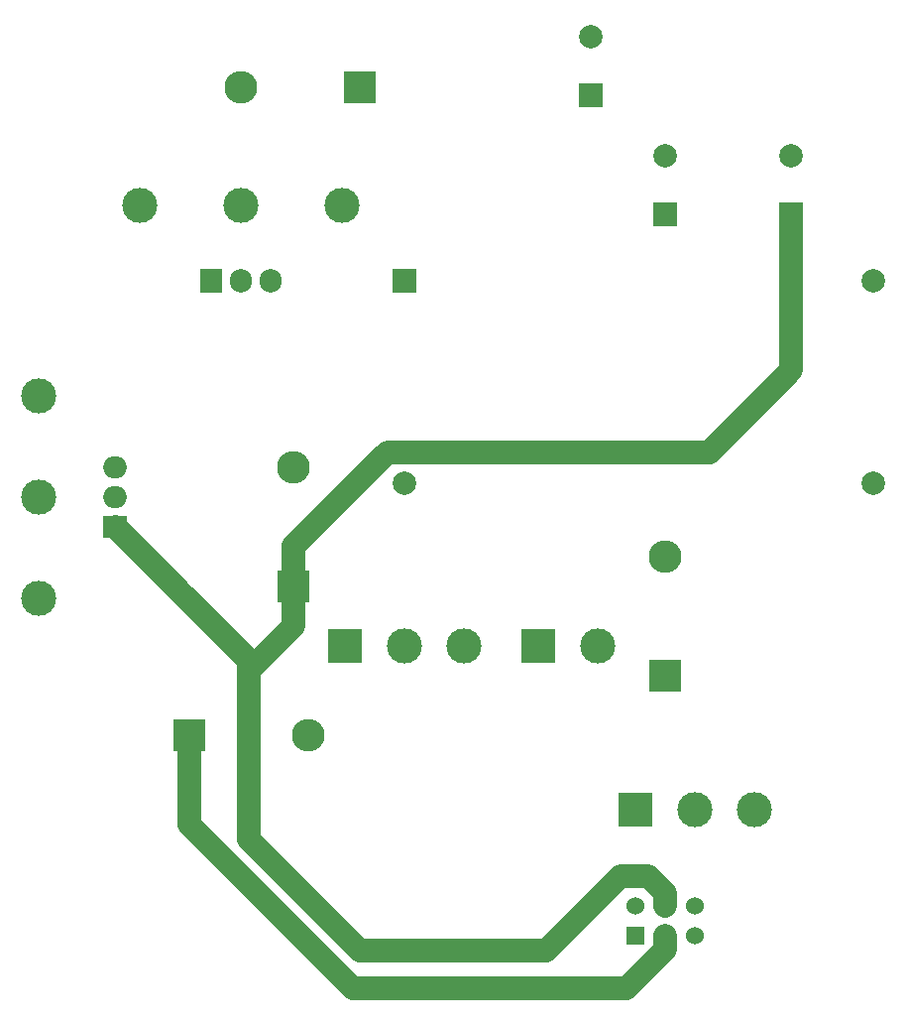
<source format=gbr>
G04 #@! TF.GenerationSoftware,KiCad,Pcbnew,(5.0.0)*
G04 #@! TF.CreationDate,2018-08-26T00:23:22+09:00*
G04 #@! TF.ProjectId,power-supply,706F7765722D737570706C792E6B6963,rev?*
G04 #@! TF.SameCoordinates,Original*
G04 #@! TF.FileFunction,Copper,L2,Bot,Signal*
G04 #@! TF.FilePolarity,Positive*
%FSLAX46Y46*%
G04 Gerber Fmt 4.6, Leading zero omitted, Abs format (unit mm)*
G04 Created by KiCad (PCBNEW (5.0.0)) date 08/26/18 00:23:22*
%MOMM*%
%LPD*%
G01*
G04 APERTURE LIST*
G04 #@! TA.AperFunction,ComponentPad*
%ADD10R,1.524000X1.524000*%
G04 #@! TD*
G04 #@! TA.AperFunction,ComponentPad*
%ADD11C,1.524000*%
G04 #@! TD*
G04 #@! TA.AperFunction,ComponentPad*
%ADD12C,3.000000*%
G04 #@! TD*
G04 #@! TA.AperFunction,ComponentPad*
%ADD13C,2.000000*%
G04 #@! TD*
G04 #@! TA.AperFunction,ComponentPad*
%ADD14R,2.000000X2.000000*%
G04 #@! TD*
G04 #@! TA.AperFunction,ComponentPad*
%ADD15R,2.800000X2.800000*%
G04 #@! TD*
G04 #@! TA.AperFunction,ComponentPad*
%ADD16O,2.800000X2.800000*%
G04 #@! TD*
G04 #@! TA.AperFunction,ComponentPad*
%ADD17R,3.000000X3.000000*%
G04 #@! TD*
G04 #@! TA.AperFunction,ComponentPad*
%ADD18R,1.905000X2.000000*%
G04 #@! TD*
G04 #@! TA.AperFunction,ComponentPad*
%ADD19O,1.905000X2.000000*%
G04 #@! TD*
G04 #@! TA.AperFunction,ComponentPad*
%ADD20O,2.000000X1.905000*%
G04 #@! TD*
G04 #@! TA.AperFunction,ComponentPad*
%ADD21R,2.000000X1.905000*%
G04 #@! TD*
G04 #@! TA.AperFunction,ViaPad*
%ADD22C,0.600000*%
G04 #@! TD*
G04 #@! TA.AperFunction,Conductor*
%ADD23C,2.000000*%
G04 #@! TD*
G04 APERTURE END LIST*
D10*
G04 #@! TO.P,SW1,1*
G04 #@! TO.N,VDD*
X14605000Y-36830000D03*
D11*
G04 #@! TO.P,SW1,2*
G04 #@! TO.N,Net-(C1-Pad1)*
X17145000Y-36830000D03*
G04 #@! TO.P,SW1,3*
G04 #@! TO.N,GND*
X19685000Y-36830000D03*
G04 #@! TO.P,SW1,4*
X19685000Y-34290000D03*
G04 #@! TO.P,SW1,5*
G04 #@! TO.N,Net-(C2-Pad1)*
X17145000Y-34290000D03*
G04 #@! TO.P,SW1,6*
G04 #@! TO.N,VSS*
X14605000Y-34290000D03*
G04 #@! TD*
D12*
G04 #@! TO.P,REF\002A\002A,*
G04 #@! TO.N,*
X-36322000Y9271000D03*
X-36322000Y635000D03*
X-36322000Y-8001000D03*
G04 #@! TD*
D13*
G04 #@! TO.P,C1,2*
G04 #@! TO.N,GND*
X10795000Y39925000D03*
D14*
G04 #@! TO.P,C1,1*
G04 #@! TO.N,Net-(C1-Pad1)*
X10795000Y34925000D03*
G04 #@! TD*
G04 #@! TO.P,C2,1*
G04 #@! TO.N,Net-(C2-Pad1)*
X27940000Y24765000D03*
D13*
G04 #@! TO.P,C2,2*
G04 #@! TO.N,GND*
X27940000Y29765000D03*
G04 #@! TD*
D14*
G04 #@! TO.P,C3,1*
G04 #@! TO.N,Net-(C1-Pad1)*
X17145000Y24765000D03*
D13*
G04 #@! TO.P,C3,2*
G04 #@! TO.N,GND*
X17145000Y29765000D03*
G04 #@! TD*
D15*
G04 #@! TO.P,D1,1*
G04 #@! TO.N,Net-(C1-Pad1)*
X-23495000Y-19685000D03*
D16*
G04 #@! TO.P,D1,2*
G04 #@! TO.N,GND*
X-13335000Y-19685000D03*
G04 #@! TD*
G04 #@! TO.P,D2,2*
G04 #@! TO.N,GND*
X-14605000Y3175000D03*
D15*
G04 #@! TO.P,D2,1*
G04 #@! TO.N,Net-(C2-Pad1)*
X-14605000Y-6985000D03*
G04 #@! TD*
D16*
G04 #@! TO.P,D5,2*
G04 #@! TO.N,GND*
X-19050000Y35560000D03*
D15*
G04 #@! TO.P,D5,1*
G04 #@! TO.N,/ARD_POW*
X-8890000Y35560000D03*
G04 #@! TD*
G04 #@! TO.P,D8,1*
G04 #@! TO.N,/RASP_POW*
X17145000Y-14605000D03*
D16*
G04 #@! TO.P,D8,2*
G04 #@! TO.N,GND*
X17145000Y-4445000D03*
G04 #@! TD*
D17*
G04 #@! TO.P,J1,1*
G04 #@! TO.N,/RASP_POW*
X6350000Y-12065000D03*
D12*
G04 #@! TO.P,J1,2*
G04 #@! TO.N,GND*
X11430000Y-12065000D03*
G04 #@! TD*
D17*
G04 #@! TO.P,J2,1*
G04 #@! TO.N,/V9out*
X-10160000Y-12065000D03*
D12*
G04 #@! TO.P,J2,2*
G04 #@! TO.N,/ARD_POW*
X-5080000Y-12065000D03*
G04 #@! TO.P,J2,3*
G04 #@! TO.N,GND*
X0Y-12065000D03*
G04 #@! TD*
D14*
G04 #@! TO.P,U1,1*
G04 #@! TO.N,Net-(C1-Pad1)*
X-5080000Y19050000D03*
D13*
G04 #@! TO.P,U1,2*
G04 #@! TO.N,GND*
X-5080000Y1778000D03*
G04 #@! TO.P,U1,3*
X34920000Y1778000D03*
G04 #@! TO.P,U1,4*
G04 #@! TO.N,/RASP_POW*
X34920000Y19050000D03*
G04 #@! TD*
D18*
G04 #@! TO.P,U2,1*
G04 #@! TO.N,/V9out*
X-21590000Y19050000D03*
D19*
G04 #@! TO.P,U2,2*
G04 #@! TO.N,GND*
X-19050000Y19050000D03*
G04 #@! TO.P,U2,3*
G04 #@! TO.N,/ARD_POW*
X-16510000Y19050000D03*
G04 #@! TD*
D20*
G04 #@! TO.P,U5,3*
G04 #@! TO.N,/V9out*
X-29845000Y3175000D03*
G04 #@! TO.P,U5,2*
G04 #@! TO.N,GND*
X-29845000Y635000D03*
D21*
G04 #@! TO.P,U5,1*
G04 #@! TO.N,Net-(C2-Pad1)*
X-29845000Y-1905000D03*
G04 #@! TD*
D17*
G04 #@! TO.P,J3,1*
G04 #@! TO.N,VSS*
X14605000Y-26035000D03*
D12*
G04 #@! TO.P,J3,2*
G04 #@! TO.N,VDD*
X19685000Y-26035000D03*
G04 #@! TO.P,J3,3*
G04 #@! TO.N,GND*
X24765000Y-26035000D03*
G04 #@! TD*
G04 #@! TO.P,REF\002A\002A,*
G04 #@! TO.N,*
X-27686000Y25527000D03*
X-19050000Y25527000D03*
X-10414000Y25527000D03*
G04 #@! TD*
D22*
G04 #@! TO.N,Net-(C1-Pad1)*
X-9525000Y-41275000D03*
G04 #@! TO.N,Net-(C2-Pad1)*
X-24130000Y-7572500D03*
X-8890000Y-38100000D03*
G04 #@! TD*
D23*
G04 #@! TO.N,Net-(C1-Pad1)*
X-23495000Y-27305000D02*
X-23495000Y-19685000D01*
X-9525000Y-41275000D02*
X-23495000Y-27305000D01*
X17145000Y-37907630D02*
X17145000Y-36830000D01*
X17145000Y-37974002D02*
X17145000Y-37907630D01*
X13844002Y-41275000D02*
X17145000Y-37974002D01*
X-9525000Y-41275000D02*
X13844002Y-41275000D01*
G04 #@! TO.N,Net-(C2-Pad1)*
X-14605000Y-10385000D02*
X-14605000Y-6985000D01*
X-18415000Y-14195000D02*
X-14605000Y-10385000D01*
X-18415000Y-28575000D02*
X-18415000Y-14195000D01*
X-8890000Y-38100000D02*
X-18415000Y-28575000D01*
X-29797500Y-1905000D02*
X-29845000Y-1905000D01*
X-18415000Y-14195000D02*
X-18415000Y-13287500D01*
X-18415000Y-13287500D02*
X-24130000Y-7572500D01*
X-24130000Y-7572500D02*
X-29797500Y-1905000D01*
X-14605000Y-3585000D02*
X-6575000Y4445000D01*
X-14605000Y-6985000D02*
X-14605000Y-3585000D01*
X-6575000Y4445000D02*
X20955000Y4445000D01*
X27940000Y11430000D02*
X27940000Y24765000D01*
X20955000Y4445000D02*
X27940000Y11430000D01*
X17145000Y-33212370D02*
X17145000Y-34290000D01*
X15682630Y-31750000D02*
X17145000Y-33212370D01*
X13335000Y-31750000D02*
X15682630Y-31750000D01*
X6985000Y-38100000D02*
X13335000Y-31750000D01*
X-8890000Y-38100000D02*
X6985000Y-38100000D01*
G04 #@! TD*
M02*

</source>
